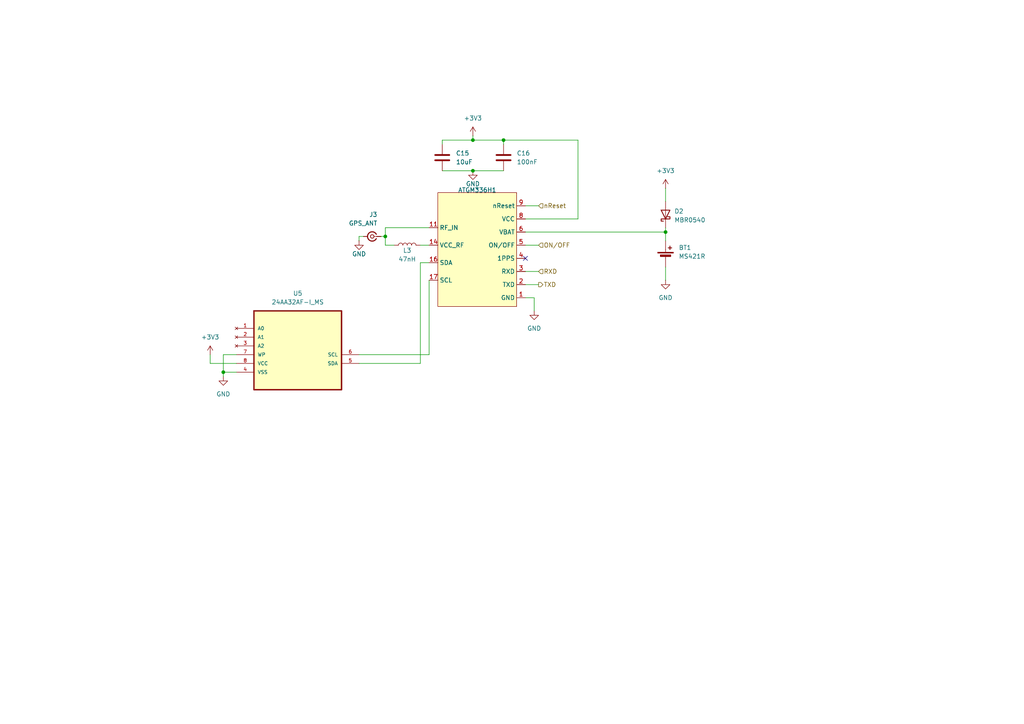
<source format=kicad_sch>
(kicad_sch (version 20231120) (generator "eeschema") (generator_version "8.0")
  (paper "A4")
  (lib_symbols
    (symbol "24AA32AF-I_MS:24AA32AF-I_MS" (pin_names (offset 1.016))
      (property "Reference" "U5" (at 0 12.7 0))
      (property "Value" "24AA32AF-I_MS" (at 0 10.16 0))
      (symbol "24AA32AF-I_MS_0_0"
        (rectangle (start -12.7 -15.24) (end 12.7 7.62) (stroke (width 0.4064)) (fill (type background)))
        (pin no_connect line (at -17.78 2.54 0) (length 5.08) (name "A0") (number "1"))
        (pin no_connect line (at -17.78 0 0) (length 5.08) (name "A1") (number "2"))
        (pin no_connect line (at -17.78 -2.54 0) (length 5.08) (name "A2") (number "3"))
        (pin passive line (at -17.78 -10.16 0) (length 5.08) (name "VSS") (number "4"))
        (pin bidirectional line (at 17.78 -7.62 180) (length 5.08) (name "SDA") (number "5"))
        (pin input line (at 17.78 -5.08 180) (length 5.08) (name "SCL") (number "6"))
        (pin input line (at -17.78 -5.08 0) (length 5.08) (name "WP") (number "7"))
        (pin power_in line (at -17.78 -7.62 0) (length 5.08) (name "VCC") (number "8"))
      )
    )
    (symbol "Connector:Conn_Coaxial_Small" (pin_numbers hide) (pin_names (offset 1.016) hide)
      (property "Reference" "J" (at 0.254 3.048 0))
      (property "Value" "Conn_Coaxial_Small" (at 0 -3.81 0))
      (symbol "Conn_Coaxial_Small_0_1"
        (polyline (pts (xy -2.54 0) (xy -0.508 0)))
        (circle (center 0 0) (radius 0.508) (stroke (width 0.2032)))
      )
      (symbol "Conn_Coaxial_Small_1_1"
        (arc (start -1.1916 -0.6311) (mid 0.327 -1.3081) (end 1.3484 0.0039) (stroke (width 0.3048)))
        (arc (start 1.3484 -0.0039) (mid 0.327 1.3081) (end -1.1916 0.6311) (stroke (width 0.3048)))
        (pin passive line (at -2.54 0 0) (length 1.27) (name "In") (number "1"))
        (pin passive line (at 2.54 0 180) (length 1.27) (name "Ext") (number "2"))
      )
    )
    (symbol "Device:Battery_Cell" (pin_numbers hide) (pin_names (offset 0) hide)
      (property "Reference" "BT" (at 2.54 2.54 0))
      (property "Value" "Battery_Cell" (at 2.54 0 0))
      (symbol "Battery_Cell_0_1"
        (rectangle (start -2.286 1.778) (end 2.286 1.524) (fill (type outline)))
        (rectangle (start -1.524 1.016) (end 1.524 0.508) (fill (type outline)))
        (polyline (pts (xy 0 0.762) (xy 0 0)))
        (polyline (pts (xy 0 1.778) (xy 0 2.54)))
        (polyline (pts (xy 0.762 3.048) (xy 1.778 3.048)) (stroke (width 0.254)))
        (polyline (pts (xy 1.27 3.556) (xy 1.27 2.54)) (stroke (width 0.254)))
      )
      (symbol "Battery_Cell_1_1"
        (pin passive line (at 0 5.08 270) (length 2.54) (name "+") (number "1"))
        (pin passive line (at 0 -2.54 90) (length 2.54) (name "-") (number "2"))
      )
    )
    (symbol "Device:C" (pin_numbers hide) (pin_names (offset 0.254))
      (property "Reference" "C" (at 0.635 2.54 0))
      (property "Value" "C" (at 0.635 -2.54 0))
      (symbol "C_0_1"
        (polyline (pts (xy -2.032 -0.762) (xy 2.032 -0.762)) (stroke (width 0.508)))
        (polyline (pts (xy -2.032 0.762) (xy 2.032 0.762)) (stroke (width 0.508)))
      )
      (symbol "C_1_1"
        (pin passive line (at 0 3.81 270) (length 2.794) (name "~") (number "1"))
        (pin passive line (at 0 -3.81 90) (length 2.794) (name "~") (number "2"))
      )
    )
    (symbol "Device:L" (pin_numbers hide) (pin_names (offset 1.016) hide)
      (property "Reference" "L" (at -1.27 0 90))
      (property "Value" "L" (at 1.905 0 90))
      (symbol "L_0_1"
        (arc (start 0 -2.54) (mid 0.6323 -1.905) (end 0 -1.27))
        (arc (start 0 -1.27) (mid 0.6323 -0.635) (end 0 0))
        (arc (start 0 0) (mid 0.6323 0.635) (end 0 1.27))
        (arc (start 0 1.27) (mid 0.6323 1.905) (end 0 2.54))
      )
      (symbol "L_1_1"
        (pin passive line (at 0 3.81 270) (length 1.27) (name "1") (number "1"))
        (pin passive line (at 0 -3.81 90) (length 1.27) (name "2") (number "2"))
      )
    )
    (symbol "Diode:MBR0540" (pin_numbers hide) (pin_names (offset 1.016) hide)
      (property "Reference" "D" (at 0 2.54 0))
      (property "Value" "MBR0540" (at 0 -2.54 0))
      (symbol "MBR0540_0_1"
        (polyline (pts (xy 1.27 0) (xy -1.27 0)))
        (polyline (pts (xy 1.27 1.27) (xy 1.27 -1.27) (xy -1.27 0) (xy 1.27 1.27)) (stroke (width 0.254)))
        (polyline (pts (xy -1.905 0.635) (xy -1.905 1.27) (xy -1.27 1.27) (xy -1.27 -1.27) (xy -0.635 -1.27) (xy -0.635 -0.635)) (stroke (width 0.254)))
      )
      (symbol "MBR0540_1_1"
        (pin passive line (at -3.81 0 0) (length 2.54) (name "K") (number "1"))
        (pin passive line (at 3.81 0 180) (length 2.54) (name "A") (number "2"))
      )
    )
    (symbol "customSymbols:ATGM336H"
      (property "Reference" "ATGM336H" (at -5.588 14.732 0))
      (symbol "ATGM336H_1_1"
        (rectangle (start -11.43 16.51) (end 11.43 -16.51) (fill (type background)))
        (pin power_in line (at 13.97 -13.97 180) (length 2.54) (name "GND") (number "1"))
        (pin input line (at -13.97 6.35 0) (length 2.54) (name "RF_IN") (number "11"))
        (pin power_in line (at -13.97 1.27 0) (length 2.54) (name "VCC_RF") (number "14"))
        (pin bidirectional line (at -13.97 -3.81 0) (length 2.54) (name "SDA") (number "16"))
        (pin bidirectional line (at -13.97 -8.89 0) (length 2.54) (name "SCL") (number "17"))
        (pin output line (at 13.97 -10.16 180) (length 2.54) (name "TXD") (number "2"))
        (pin input line (at 13.97 -6.35 180) (length 2.54) (name "RXD") (number "3"))
        (pin output line (at 13.97 -2.54 180) (length 2.54) (name "1PPS") (number "4"))
        (pin input line (at 13.97 1.27 180) (length 2.54) (name "ON/OFF") (number "5"))
        (pin power_in line (at 13.97 5.08 180) (length 2.54) (name "VBAT") (number "6"))
        (pin power_in line (at 13.97 8.89 180) (length 2.54) (name "VCC") (number "8"))
        (pin input line (at 13.97 12.7 180) (length 2.54) (name "nReset") (number "9"))
      )
    )
    (symbol "power:+3V3" (power) (pin_numbers hide) (pin_names (offset 0) hide)
      (property "Value" "+3V3" (at 0 3.556 0))
      (symbol "+3V3_0_1"
        (polyline (pts (xy -0.762 1.27) (xy 0 2.54)))
        (polyline (pts (xy 0 0) (xy 0 2.54)))
        (polyline (pts (xy 0 2.54) (xy 0.762 1.27)))
      )
      (symbol "+3V3_1_1"
        (pin power_in line (at 0 0 90) (length 0) (name "~") (number "1"))
      )
    )
    (symbol "power:GND" (power) (pin_numbers hide) (pin_names (offset 0) hide)
      (property "Value" "GND" (at 0 -3.81 0))
      (symbol "GND_0_1"
        (polyline (pts (xy 0 0) (xy 0 -1.27) (xy 1.27 -1.27) (xy 0 -2.54) (xy -1.27 -1.27) (xy 0 -1.27)))
      )
      (symbol "GND_1_1"
        (pin power_in line (at 0 0 270) (length 0) (name "~") (number "1"))
      )
    )
  )
  (junction (at 137.16 40.64))
  (junction (at 146.05 40.64))
  (junction (at 111.76 68.58))
  (junction (at 193.04 67.31))
  (junction (at 137.16 49.53))
  (junction (at 64.77 107.95))
  (no_connect (at 152.4 74.93))
  (wire (pts (xy 124.46 102.87) (xy 124.46 81.28)))
  (wire (pts (xy 152.4 67.31) (xy 193.04 67.31)))
  (wire (pts (xy 111.76 66.04) (xy 124.46 66.04)))
  (wire (pts (xy 137.16 39.37) (xy 137.16 40.64)))
  (wire (pts (xy 152.4 59.69) (xy 156.21 59.69)))
  (wire (pts (xy 128.27 49.53) (xy 137.16 49.53)))
  (wire (pts (xy 137.16 49.53) (xy 146.05 49.53)))
  (wire (pts (xy 104.14 68.58) (xy 105.41 68.58)))
  (wire (pts (xy 137.16 40.64) (xy 146.05 40.64)))
  (wire (pts (xy 110.49 68.58) (xy 111.76 68.58)))
  (wire (pts (xy 193.04 66.04) (xy 193.04 67.31)))
  (wire (pts (xy 121.92 76.2) (xy 124.46 76.2)))
  (wire (pts (xy 111.76 66.04) (xy 111.76 68.58)))
  (wire (pts (xy 152.4 78.74) (xy 156.21 78.74)))
  (wire (pts (xy 60.96 102.87) (xy 60.96 105.41)))
  (wire (pts (xy 111.76 71.12) (xy 111.76 68.58)))
  (wire (pts (xy 104.14 102.87) (xy 124.46 102.87)))
  (wire (pts (xy 68.58 107.95) (xy 64.77 107.95)))
  (wire (pts (xy 167.64 40.64) (xy 167.64 63.5)))
  (wire (pts (xy 146.05 40.64) (xy 167.64 40.64)))
  (wire (pts (xy 60.96 105.41) (xy 68.58 105.41)))
  (wire (pts (xy 154.94 86.36) (xy 154.94 90.17)))
  (wire (pts (xy 128.27 40.64) (xy 137.16 40.64)))
  (wire (pts (xy 68.58 102.87) (xy 64.77 102.87)))
  (wire (pts (xy 104.14 69.85) (xy 104.14 68.58)))
  (wire (pts (xy 193.04 67.31) (xy 193.04 69.85)))
  (wire (pts (xy 152.4 82.55) (xy 156.21 82.55)))
  (wire (pts (xy 64.77 102.87) (xy 64.77 107.95)))
  (wire (pts (xy 193.04 54.61) (xy 193.04 58.42)))
  (wire (pts (xy 121.92 71.12) (xy 124.46 71.12)))
  (wire (pts (xy 121.92 105.41) (xy 121.92 76.2)))
  (wire (pts (xy 146.05 40.64) (xy 146.05 41.91)))
  (wire (pts (xy 193.04 77.47) (xy 193.04 81.28)))
  (wire (pts (xy 152.4 71.12) (xy 156.21 71.12)))
  (wire (pts (xy 64.77 107.95) (xy 64.77 109.22)))
  (wire (pts (xy 167.64 63.5) (xy 152.4 63.5)))
  (wire (pts (xy 104.14 105.41) (xy 121.92 105.41)))
  (wire (pts (xy 128.27 41.91) (xy 128.27 40.64)))
  (wire (pts (xy 152.4 86.36) (xy 154.94 86.36)))
  (wire (pts (xy 114.3 71.12) (xy 111.76 71.12)))
  (hierarchical_label "nReset" (shape input) (at 156.21 59.69 0))
  (hierarchical_label "ON{slash}OFF" (shape input) (at 156.21 71.12 0))
  (hierarchical_label "TXD" (shape output) (at 156.21 82.55 0))
  (hierarchical_label "RXD" (shape input) (at 156.21 78.74 0))
  (symbol (lib_id "Device:C") (at 128.27 45.72 0) (unit 1)
    (property "Reference" "C15" (at 132.2203 44.4499 0) (effects (justify left)))
    (property "Value" "10uF" (at 132.2203 46.9899 0) (effects (justify left)))
    (property "Footprint" "Capacitor_SMD:C_0402_1005Metric" (effects (hide yes)))
    (property "Description" "Unpolarized capacitor" (effects (hide yes)))
  )
  (symbol (lib_id "Device:Battery_Cell") (at 193.04 74.93 0) (unit 1)
    (property "Reference" "BT1" (at 196.85 71.8184 0) (effects (justify left)))
    (property "Value" "MS421R" (at 196.85 74.3584 0) (effects (justify left)))
    (property "Footprint" "footprints:MSR421R" (effects (hide yes)))
    (property "Description" "Single-cell battery" (effects (hide yes)))
  )
  (symbol (lib_id "24AA32AF-I_MS:24AA32AF-I_MS") (at 86.36 97.79 0) (unit 1)
    (property "Reference" "U5" (at 86.36 85.09 0))
    (property "Value" "24AA32AF-I_MS" (at 86.36 87.63 0))
    (property "Footprint" "KiCAD Parts:SOP65P490X110-8N" (effects (hide yes)))
    (property "MF" "Microchip" (effects (hide yes)))
    (property "Description_1" "\n32K, 4K X 8 1.8V SERIAL EE IND, 1/4 ARRAY WRITE PROTECT8 MSOP 3x3mm TUBE | Microchip Technology Inc. 24AA32AF-I/MS\n" (effects (hide yes)))
    (property "PACKAGE" "MSOP8" (effects (hide yes)))
    (property "MPN" "24AA32AF-I/MS" (effects (hide yes)))
    (property "Price" "None" (effects (hide yes)))
    (property "Package" "MSOP-8 Microchip" (effects (hide yes)))
    (property "OC_FARNELL" "1331296" (effects (hide yes)))
    (property "SnapEDA_Link" "https://www.snapeda.com/parts/24AA32AF-I/MS/Microchip/view-part/?ref=snap" (effects (hide yes)))
    (property "MP" "24AA32AF-I/MS" (effects (hide yes)))
    (property "Purchase-URL" "https://www.snapeda.com/api/url_track_click_mouser/?unipart_id=1099799&manufacturer=Microchip&part_name=24AA32AF-I/MS&search_term=None" (effects (hide yes)))
    (property "SUPPLIER" "Microchip" (effects (hide yes)))
    (property "OC_NEWARK" "40C2562" (effects (hide yes)))
    (property "Availability" "In Stock" (effects (hide yes)))
    (property "Check_prices" "https://www.snapeda.com/parts/24AA32AF-I/MS/Microchip/view-part/?ref=eda" (effects (hide yes)))
  )
  (symbol (lib_id "Connector:Conn_Coaxial_Small") (at 107.95 68.58 0) (mirror y) (unit 1)
    (property "Reference" "J3" (at 109.474 62.23 0) (effects (justify left)))
    (property "Value" "GPS_ANT" (at 109.474 64.77 0) (effects (justify left)))
    (property "Footprint" "Connector_Coaxial:U.FL_Molex_MCRF_73412-0110_Vertical" (effects (hide yes)))
    (property "Datasheet" " ~" (effects (hide yes)))
    (property "Description" "small coaxial connector (BNC, SMA, SMB, SMC, Cinch/RCA, LEMO, ...)" (effects (hide yes)))
  )
  (symbol (lib_id "power:+3V3") (at 193.04 54.61 0) (unit 1)
    (property "Reference" "#PWR041" (effects (hide yes)))
    (property "Value" "+3V3" (at 193.04 49.53 0))
    (property "Description" "Power symbol creates a global label with name \"+3V3\"" (effects (hide yes)))
  )
  (symbol (lib_id "power:+3V3") (at 60.96 102.87 0) (unit 1)
    (property "Reference" "#PWR035" (effects (hide yes)))
    (property "Value" "+3V3" (at 60.96 97.79 0))
    (property "Description" "Power symbol creates a global label with name \"+3V3\"" (effects (hide yes)))
  )
  (symbol (lib_id "Diode:MBR0540") (at 193.04 62.23 90) (unit 1)
    (property "Reference" "D2" (at 195.58 61.2774 90) (effects (justify right)))
    (property "Value" "MBR0540" (at 195.58 63.8174 90) (effects (justify right)))
    (property "Footprint" "Diode_SMD:D_SOD-123" (effects (hide yes)))
    (property "Datasheet" "http://www.mccsemi.com/up_pdf/MBR0520~MBR0580(SOD123).pdf" (effects (hide yes)))
    (property "Description" "40V 0.5A Schottky Power Rectifier Diode, SOD-123" (effects (hide yes)))
  )
  (symbol (lib_id "customSymbols:ATGM336H") (at 138.43 72.39 0) (unit 1)
    (property "Reference" "ATGM336H1" (at 138.43 55.118 0))
    (property "Value" "~" (at 138.43 54.61 0))
    (property "Footprint" "footprints:ATGM336H" (effects (hide yes)))
  )
  (symbol (lib_id "power:GND") (at 104.14 69.85 0) (unit 1)
    (property "Reference" "#PWR037" (effects (hide yes)))
    (property "Value" "GND" (at 104.14 73.66 0))
    (property "Description" "Power symbol creates a global label with name \"GND\" , ground" (effects (hide yes)))
  )
  (symbol (lib_id "power:GND") (at 64.77 109.22 0) (unit 1)
    (property "Reference" "#PWR036" (effects (hide yes)))
    (property "Value" "GND" (at 64.77 114.3 0))
    (property "Description" "Power symbol creates a global label with name \"GND\" , ground" (effects (hide yes)))
  )
  (symbol (lib_id "Device:C") (at 146.05 45.72 0) (unit 1)
    (property "Reference" "C16" (at 149.86 44.4499 0) (effects (justify left)))
    (property "Value" "100nF" (at 149.86 46.9899 0) (effects (justify left)))
    (property "Footprint" "Capacitor_SMD:C_0402_1005Metric" (effects (hide yes)))
    (property "Description" "Unpolarized capacitor" (effects (hide yes)))
  )
  (symbol (lib_id "power:GND") (at 137.16 49.53 0) (unit 1)
    (property "Reference" "#PWR039" (effects (hide yes)))
    (property "Value" "GND" (at 137.16 53.34 0))
    (property "Description" "Power symbol creates a global label with name \"GND\" , ground" (effects (hide yes)))
  )
  (symbol (lib_id "power:GND") (at 193.04 81.28 0) (unit 1)
    (property "Reference" "#PWR042" (effects (hide yes)))
    (property "Value" "GND" (at 193.04 86.36 0))
    (property "Description" "Power symbol creates a global label with name \"GND\" , ground" (effects (hide yes)))
  )
  (symbol (lib_id "Device:L") (at 118.11 71.12 90) (unit 1)
    (property "Reference" "L3" (at 118.11 72.644 90))
    (property "Value" "47nH" (at 118.11 75.184 90))
    (property "Footprint" "Inductor_SMD:L_0402_1005Metric" (effects (hide yes)))
    (property "Description" "Inductor" (effects (hide yes)))
  )
  (symbol (lib_id "power:+3V3") (at 137.16 39.37 0) (unit 1)
    (property "Reference" "#PWR038" (effects (hide yes)))
    (property "Value" "+3V3" (at 137.16 34.29 0))
    (property "Description" "Power symbol creates a global label with name \"+3V3\"" (effects (hide yes)))
  )
  (symbol (lib_id "power:GND") (at 154.94 90.17 0) (unit 1)
    (property "Reference" "#PWR040" (effects (hide yes)))
    (property "Value" "GND" (at 154.94 95.25 0))
    (property "Description" "Power symbol creates a global label with name \"GND\" , ground" (effects (hide yes)))
  )
)
</source>
